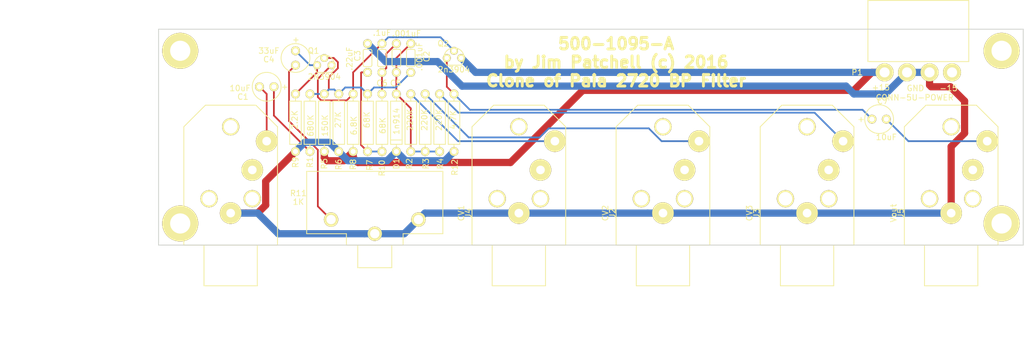
<source format=kicad_pcb>
(kicad_pcb (version 4) (host pcbnew "(2016-04-19 BZR 6703, Git 67982a4)-product")

  (general
    (links 44)
    (no_connects 0)
    (area 61.544286 83.541799 241.375001 148.795001)
    (thickness 1.6)
    (drawings 7)
    (tracks 144)
    (zones 0)
    (modules 32)
    (nets 23)
  )

  (page A4)
  (layers
    (0 F.Cu signal)
    (31 B.Cu signal)
    (32 B.Adhes user)
    (33 F.Adhes user)
    (34 B.Paste user)
    (35 F.Paste user)
    (36 B.SilkS user)
    (37 F.SilkS user)
    (38 B.Mask user)
    (39 F.Mask user)
    (40 Dwgs.User user)
    (41 Cmts.User user)
    (42 Eco1.User user)
    (43 Eco2.User user)
    (44 Edge.Cuts user)
    (45 Margin user)
    (46 B.CrtYd user)
    (47 F.CrtYd user)
    (48 B.Fab user)
    (49 F.Fab user)
  )

  (setup
    (last_trace_width 0.3048)
    (trace_clearance 0.2032)
    (zone_clearance 0.508)
    (zone_45_only no)
    (trace_min 0.2)
    (segment_width 0.2)
    (edge_width 0.15)
    (via_size 1.5748)
    (via_drill 0.9144)
    (via_min_size 0.4)
    (via_min_drill 0.3)
    (uvia_size 0.3)
    (uvia_drill 0.1)
    (uvias_allowed no)
    (uvia_min_size 0.2)
    (uvia_min_drill 0.1)
    (pcb_text_width 0.3)
    (pcb_text_size 1.5 1.5)
    (mod_edge_width 0.15)
    (mod_text_size 1 1)
    (mod_text_width 0.15)
    (pad_size 1.524 1.524)
    (pad_drill 0.762)
    (pad_to_mask_clearance 0.2)
    (aux_axis_origin 88.9 127)
    (visible_elements 7FFFFFFF)
    (pcbplotparams
      (layerselection 0x010e0_ffffffff)
      (usegerberextensions false)
      (excludeedgelayer true)
      (linewidth 0.100000)
      (plotframeref false)
      (viasonmask false)
      (mode 1)
      (useauxorigin false)
      (hpglpennumber 1)
      (hpglpenspeed 20)
      (hpglpendiameter 15)
      (psnegative false)
      (psa4output false)
      (plotreference true)
      (plotvalue true)
      (plotinvisibletext false)
      (padsonsilk false)
      (subtractmaskfromsilk false)
      (outputformat 1)
      (mirror false)
      (drillshape 0)
      (scaleselection 1)
      (outputdirectory FabFiles/))
  )

  (net 0 "")
  (net 1 "Net-(C1-Pad2)")
  (net 2 "Net-(C1-Pad1)")
  (net 3 "Net-(C2-Pad1)")
  (net 4 "Net-(C2-Pad2)")
  (net 5 "Net-(C3-Pad1)")
  (net 6 GND)
  (net 7 "Net-(C4-Pad2)")
  (net 8 "Net-(C4-Pad1)")
  (net 9 "Net-(C5-Pad2)")
  (net 10 "Net-(C6-Pad2)")
  (net 11 "Net-(C7-Pad2)")
  (net 12 "Net-(C7-Pad1)")
  (net 13 "Net-(J1-Pad2)")
  (net 14 "Net-(J2-Pad2)")
  (net 15 "Net-(J2-Pad3)")
  (net 16 "Net-(J3-Pad2)")
  (net 17 "Net-(J3-Pad3)")
  (net 18 "Net-(J4-Pad2)")
  (net 19 "Net-(J4-Pad3)")
  (net 20 "Net-(J5-Pad2)")
  (net 21 "Net-(P1-Pad4)")
  (net 22 /+15)

  (net_class Default "This is the default net class."
    (clearance 0.2032)
    (trace_width 0.3048)
    (via_dia 1.5748)
    (via_drill 0.9144)
    (uvia_dia 0.3)
    (uvia_drill 0.1)
    (add_net "Net-(C1-Pad1)")
    (add_net "Net-(C1-Pad2)")
    (add_net "Net-(C2-Pad1)")
    (add_net "Net-(C2-Pad2)")
    (add_net "Net-(C3-Pad1)")
    (add_net "Net-(C4-Pad1)")
    (add_net "Net-(C4-Pad2)")
    (add_net "Net-(C5-Pad2)")
    (add_net "Net-(C6-Pad2)")
    (add_net "Net-(C7-Pad1)")
    (add_net "Net-(C7-Pad2)")
    (add_net "Net-(J1-Pad2)")
    (add_net "Net-(J2-Pad2)")
    (add_net "Net-(J2-Pad3)")
    (add_net "Net-(J3-Pad2)")
    (add_net "Net-(J3-Pad3)")
    (add_net "Net-(J4-Pad2)")
    (add_net "Net-(J4-Pad3)")
    (add_net "Net-(J5-Pad2)")
    (add_net "Net-(P1-Pad4)")
  )

  (net_class "PO(WER" ""
    (clearance 0.2032)
    (trace_width 1.27)
    (via_dia 1.5748)
    (via_drill 0.9144)
    (uvia_dia 0.3)
    (uvia_drill 0.1)
    (add_net /+15)
    (add_net GND)
  )

  (module Footprints:DIODE0.4 (layer F.Cu) (tedit 56BA2633) (tstamp 56E38C0E)
    (at 130.81 105.41 90)
    (path /56E3404B)
    (fp_text reference D1 (at -7.239 0 90) (layer F.SilkS)
      (effects (font (size 1 1) (thickness 0.15)))
    )
    (fp_text value 1n914 (at 0.254 0 90) (layer F.SilkS)
      (effects (font (size 1 1) (thickness 0.15)))
    )
    (fp_line (start -3.048 1.016) (end -3.048 -1.016) (layer F.SilkS) (width 0.15))
    (fp_line (start -3.81 -1.016) (end -3.81 1.016) (layer F.SilkS) (width 0.15))
    (fp_line (start 3.81 -1.016) (end 3.81 1.016) (layer F.SilkS) (width 0.15))
    (fp_line (start -3.81 0) (end -4.318 0) (layer F.SilkS) (width 0.15))
    (fp_line (start 4.445 0) (end 3.81 0) (layer F.SilkS) (width 0.15))
    (fp_line (start -3.81 1.016) (end 3.81 1.016) (layer F.SilkS) (width 0.15))
    (fp_line (start 3.81 -1.016) (end -3.81 -1.016) (layer F.SilkS) (width 0.15))
    (pad 1 thru_hole circle (at -5.08 0 90) (size 1.5748 1.5748) (drill 0.9144) (layers *.Cu *.Mask F.SilkS)
      (net 6 GND))
    (pad 2 thru_hole circle (at 5.08 0 90) (size 1.5748 1.5748) (drill 0.9144) (layers *.Cu *.Mask F.SilkS)
      (net 4 "Net-(C2-Pad2)"))
  )

  (module Footprints:PHONE-SC112A (layer F.Cu) (tedit 56E4F5B7) (tstamp 56E38C21)
    (at 101.6 127 270)
    (path /56E3886C)
    (fp_text reference J1 (at -5.6388 8.89 270) (layer F.SilkS)
      (effects (font (size 1 1) (thickness 0.15)))
    )
    (fp_text value Vin (at -5.6388 10.16 270) (layer F.SilkS)
      (effects (font (size 1 1) (thickness 0.15)))
    )
    (fp_line (start 0 -4.699) (end 7.1882 -4.699) (layer F.SilkS) (width 0.15))
    (fp_line (start 7.1882 -4.699) (end 7.1882 4.699) (layer F.SilkS) (width 0.15))
    (fp_line (start 7.1882 4.699) (end 0 4.699) (layer F.SilkS) (width 0.15))
    (fp_line (start -24.6888 4.445) (end -24.6888 -4.445) (layer F.SilkS) (width 0.15))
    (fp_line (start -24.6888 -4.445) (end -20.8788 -8.255) (layer F.SilkS) (width 0.15))
    (fp_line (start -20.8788 -8.255) (end 0 -8.255) (layer F.SilkS) (width 0.15))
    (fp_line (start 0 -8.255) (end 0 8.255) (layer F.SilkS) (width 0.15))
    (fp_line (start 0 8.255) (end -20.8788 8.255) (layer F.SilkS) (width 0.15))
    (fp_line (start -20.8788 8.255) (end -24.6888 4.445) (layer F.SilkS) (width 0.15))
    (pad 1 thru_hole circle (at -5.6388 0 270) (size 3.81 3.81) (drill 1.524) (layers *.Cu *.Mask F.SilkS)
      (net 6 GND))
    (pad "" thru_hole circle (at -8.1788 -3.81 270) (size 3.048 3.048) (drill 2.413) (layers *.Cu *.Mask F.SilkS))
    (pad 2 thru_hole circle (at -13.2588 -3.81 270) (size 3.81 3.81) (drill 1.524) (layers *.Cu *.Mask F.SilkS)
      (net 13 "Net-(J1-Pad2)"))
    (pad 3 thru_hole circle (at -18.3388 -6.35 270) (size 3.81 3.81) (drill 1.524) (layers *.Cu *.Mask F.SilkS)
      (net 1 "Net-(C1-Pad2)"))
    (pad "" thru_hole circle (at -20.8788 0 270) (size 3.048 3.048) (drill 2.413) (layers *.Cu *.Mask F.SilkS))
    (pad "" thru_hole circle (at -8.1788 3.81 270) (size 3.048 3.048) (drill 2.413) (layers *.Cu *.Mask F.SilkS))
  )

  (module Footprints:PHONE-SC112A (layer F.Cu) (tedit 56E4F590) (tstamp 56E38C34)
    (at 177.8 127 270)
    (path /56E38B74)
    (fp_text reference J2 (at -5.6388 8.89 270) (layer F.SilkS)
      (effects (font (size 1 1) (thickness 0.15)))
    )
    (fp_text value CV2 (at -5.6388 10.16 270) (layer F.SilkS)
      (effects (font (size 1 1) (thickness 0.15)))
    )
    (fp_line (start 0 -4.699) (end 7.1882 -4.699) (layer F.SilkS) (width 0.15))
    (fp_line (start 7.1882 -4.699) (end 7.1882 4.699) (layer F.SilkS) (width 0.15))
    (fp_line (start 7.1882 4.699) (end 0 4.699) (layer F.SilkS) (width 0.15))
    (fp_line (start -24.6888 4.445) (end -24.6888 -4.445) (layer F.SilkS) (width 0.15))
    (fp_line (start -24.6888 -4.445) (end -20.8788 -8.255) (layer F.SilkS) (width 0.15))
    (fp_line (start -20.8788 -8.255) (end 0 -8.255) (layer F.SilkS) (width 0.15))
    (fp_line (start 0 -8.255) (end 0 8.255) (layer F.SilkS) (width 0.15))
    (fp_line (start 0 8.255) (end -20.8788 8.255) (layer F.SilkS) (width 0.15))
    (fp_line (start -20.8788 8.255) (end -24.6888 4.445) (layer F.SilkS) (width 0.15))
    (pad 1 thru_hole circle (at -5.6388 0 270) (size 3.81 3.81) (drill 1.524) (layers *.Cu *.Mask F.SilkS)
      (net 6 GND))
    (pad "" thru_hole circle (at -8.1788 -3.81 270) (size 3.048 3.048) (drill 2.413) (layers *.Cu *.Mask F.SilkS))
    (pad 2 thru_hole circle (at -13.2588 -3.81 270) (size 3.81 3.81) (drill 1.524) (layers *.Cu *.Mask F.SilkS)
      (net 14 "Net-(J2-Pad2)"))
    (pad 3 thru_hole circle (at -18.3388 -6.35 270) (size 3.81 3.81) (drill 1.524) (layers *.Cu *.Mask F.SilkS)
      (net 15 "Net-(J2-Pad3)"))
    (pad "" thru_hole circle (at -20.8788 0 270) (size 3.048 3.048) (drill 2.413) (layers *.Cu *.Mask F.SilkS))
    (pad "" thru_hole circle (at -8.1788 3.81 270) (size 3.048 3.048) (drill 2.413) (layers *.Cu *.Mask F.SilkS))
  )

  (module Footprints:PHONE-SC112A (layer F.Cu) (tedit 56E4F577) (tstamp 56E38C47)
    (at 203.2 127 270)
    (path /56E38A01)
    (fp_text reference J3 (at -5.6388 8.89 270) (layer F.SilkS)
      (effects (font (size 1 1) (thickness 0.15)))
    )
    (fp_text value CV3 (at -5.6388 10.16 270) (layer F.SilkS)
      (effects (font (size 1 1) (thickness 0.15)))
    )
    (fp_line (start 0 -4.699) (end 7.1882 -4.699) (layer F.SilkS) (width 0.15))
    (fp_line (start 7.1882 -4.699) (end 7.1882 4.699) (layer F.SilkS) (width 0.15))
    (fp_line (start 7.1882 4.699) (end 0 4.699) (layer F.SilkS) (width 0.15))
    (fp_line (start -24.6888 4.445) (end -24.6888 -4.445) (layer F.SilkS) (width 0.15))
    (fp_line (start -24.6888 -4.445) (end -20.8788 -8.255) (layer F.SilkS) (width 0.15))
    (fp_line (start -20.8788 -8.255) (end 0 -8.255) (layer F.SilkS) (width 0.15))
    (fp_line (start 0 -8.255) (end 0 8.255) (layer F.SilkS) (width 0.15))
    (fp_line (start 0 8.255) (end -20.8788 8.255) (layer F.SilkS) (width 0.15))
    (fp_line (start -20.8788 8.255) (end -24.6888 4.445) (layer F.SilkS) (width 0.15))
    (pad 1 thru_hole circle (at -5.6388 0 270) (size 3.81 3.81) (drill 1.524) (layers *.Cu *.Mask F.SilkS)
      (net 6 GND))
    (pad "" thru_hole circle (at -8.1788 -3.81 270) (size 3.048 3.048) (drill 2.413) (layers *.Cu *.Mask F.SilkS))
    (pad 2 thru_hole circle (at -13.2588 -3.81 270) (size 3.81 3.81) (drill 1.524) (layers *.Cu *.Mask F.SilkS)
      (net 16 "Net-(J3-Pad2)"))
    (pad 3 thru_hole circle (at -18.3388 -6.35 270) (size 3.81 3.81) (drill 1.524) (layers *.Cu *.Mask F.SilkS)
      (net 17 "Net-(J3-Pad3)"))
    (pad "" thru_hole circle (at -20.8788 0 270) (size 3.048 3.048) (drill 2.413) (layers *.Cu *.Mask F.SilkS))
    (pad "" thru_hole circle (at -8.1788 3.81 270) (size 3.048 3.048) (drill 2.413) (layers *.Cu *.Mask F.SilkS))
  )

  (module Footprints:PHONE-SC112A (layer F.Cu) (tedit 56E4F5A0) (tstamp 56E38C5A)
    (at 152.4 127 270)
    (path /56E38979)
    (fp_text reference J4 (at -5.6388 8.89 270) (layer F.SilkS)
      (effects (font (size 1 1) (thickness 0.15)))
    )
    (fp_text value CV1 (at -5.6388 10.16 270) (layer F.SilkS)
      (effects (font (size 1 1) (thickness 0.15)))
    )
    (fp_line (start 0 -4.699) (end 7.1882 -4.699) (layer F.SilkS) (width 0.15))
    (fp_line (start 7.1882 -4.699) (end 7.1882 4.699) (layer F.SilkS) (width 0.15))
    (fp_line (start 7.1882 4.699) (end 0 4.699) (layer F.SilkS) (width 0.15))
    (fp_line (start -24.6888 4.445) (end -24.6888 -4.445) (layer F.SilkS) (width 0.15))
    (fp_line (start -24.6888 -4.445) (end -20.8788 -8.255) (layer F.SilkS) (width 0.15))
    (fp_line (start -20.8788 -8.255) (end 0 -8.255) (layer F.SilkS) (width 0.15))
    (fp_line (start 0 -8.255) (end 0 8.255) (layer F.SilkS) (width 0.15))
    (fp_line (start 0 8.255) (end -20.8788 8.255) (layer F.SilkS) (width 0.15))
    (fp_line (start -20.8788 8.255) (end -24.6888 4.445) (layer F.SilkS) (width 0.15))
    (pad 1 thru_hole circle (at -5.6388 0 270) (size 3.81 3.81) (drill 1.524) (layers *.Cu *.Mask F.SilkS)
      (net 6 GND))
    (pad "" thru_hole circle (at -8.1788 -3.81 270) (size 3.048 3.048) (drill 2.413) (layers *.Cu *.Mask F.SilkS))
    (pad 2 thru_hole circle (at -13.2588 -3.81 270) (size 3.81 3.81) (drill 1.524) (layers *.Cu *.Mask F.SilkS)
      (net 18 "Net-(J4-Pad2)"))
    (pad 3 thru_hole circle (at -18.3388 -6.35 270) (size 3.81 3.81) (drill 1.524) (layers *.Cu *.Mask F.SilkS)
      (net 19 "Net-(J4-Pad3)"))
    (pad "" thru_hole circle (at -20.8788 0 270) (size 3.048 3.048) (drill 2.413) (layers *.Cu *.Mask F.SilkS))
    (pad "" thru_hole circle (at -8.1788 3.81 270) (size 3.048 3.048) (drill 2.413) (layers *.Cu *.Mask F.SilkS))
  )

  (module Footprints:PHONE-SC112A (layer F.Cu) (tedit 56E4F56A) (tstamp 56E38C6D)
    (at 228.6 127 270)
    (path /56E388F8)
    (fp_text reference J5 (at -5.6388 8.89 270) (layer F.SilkS)
      (effects (font (size 1 1) (thickness 0.15)))
    )
    (fp_text value Vout (at -5.6388 10.16 270) (layer F.SilkS)
      (effects (font (size 1 1) (thickness 0.15)))
    )
    (fp_line (start 0 -4.699) (end 7.1882 -4.699) (layer F.SilkS) (width 0.15))
    (fp_line (start 7.1882 -4.699) (end 7.1882 4.699) (layer F.SilkS) (width 0.15))
    (fp_line (start 7.1882 4.699) (end 0 4.699) (layer F.SilkS) (width 0.15))
    (fp_line (start -24.6888 4.445) (end -24.6888 -4.445) (layer F.SilkS) (width 0.15))
    (fp_line (start -24.6888 -4.445) (end -20.8788 -8.255) (layer F.SilkS) (width 0.15))
    (fp_line (start -20.8788 -8.255) (end 0 -8.255) (layer F.SilkS) (width 0.15))
    (fp_line (start 0 -8.255) (end 0 8.255) (layer F.SilkS) (width 0.15))
    (fp_line (start 0 8.255) (end -20.8788 8.255) (layer F.SilkS) (width 0.15))
    (fp_line (start -20.8788 8.255) (end -24.6888 4.445) (layer F.SilkS) (width 0.15))
    (pad 1 thru_hole circle (at -5.6388 0 270) (size 3.81 3.81) (drill 1.524) (layers *.Cu *.Mask F.SilkS)
      (net 6 GND))
    (pad "" thru_hole circle (at -8.1788 -3.81 270) (size 3.048 3.048) (drill 2.413) (layers *.Cu *.Mask F.SilkS))
    (pad 2 thru_hole circle (at -13.2588 -3.81 270) (size 3.81 3.81) (drill 1.524) (layers *.Cu *.Mask F.SilkS)
      (net 20 "Net-(J5-Pad2)"))
    (pad 3 thru_hole circle (at -18.3388 -6.35 270) (size 3.81 3.81) (drill 1.524) (layers *.Cu *.Mask F.SilkS)
      (net 11 "Net-(C7-Pad2)"))
    (pad "" thru_hole circle (at -20.8788 0 270) (size 3.048 3.048) (drill 2.413) (layers *.Cu *.Mask F.SilkS))
    (pad "" thru_hole circle (at -8.1788 3.81 270) (size 3.048 3.048) (drill 2.413) (layers *.Cu *.Mask F.SilkS))
  )

  (module Footprints:CONN-5U-POWER-RA (layer F.Cu) (tedit 56D5D0FC) (tstamp 56E38C7C)
    (at 222.8088 96.52)
    (path /56E39CA6)
    (fp_text reference P1 (at -10.795 0) (layer F.SilkS)
      (effects (font (size 1 1) (thickness 0.15)))
    )
    (fp_text value CONN-5U-POWER (at -0.635 4.445) (layer F.SilkS)
      (effects (font (size 1 1) (thickness 0.15)))
    )
    (fp_text user GND (at -0.508 2.794) (layer F.SilkS)
      (effects (font (size 1 1) (thickness 0.15)))
    )
    (fp_text user -15 (at 5.334 2.794) (layer F.SilkS)
      (effects (font (size 1 1) (thickness 0.15)))
    )
    (fp_text user +15 (at -6.604 2.667) (layer F.SilkS)
      (effects (font (size 1 1) (thickness 0.15)))
    )
    (fp_line (start -8.89 -1.905) (end 8.89 -1.905) (layer F.SilkS) (width 0.15))
    (fp_line (start 8.89 -1.905) (end 8.89 -12.7) (layer F.SilkS) (width 0.15))
    (fp_line (start 8.89 -12.7) (end -8.89 -12.7) (layer F.SilkS) (width 0.15))
    (fp_line (start -8.89 -12.7) (end -8.89 -1.905) (layer F.SilkS) (width 0.15))
    (pad 1 thru_hole circle (at -5.9436 0) (size 3.175 3.175) (drill 1.778) (layers *.Cu *.Mask F.SilkS)
      (net 22 /+15))
    (pad 2 thru_hole circle (at -1.9812 0) (size 3.175 3.175) (drill 1.778) (layers *.Cu *.Mask F.SilkS)
      (net 6 GND))
    (pad 3 thru_hole circle (at 1.9812 0) (size 3.175 3.175) (drill 1.778) (layers *.Cu *.Mask F.SilkS)
      (net 6 GND))
    (pad 4 thru_hole circle (at 5.9436 0) (size 3.175 3.175) (drill 1.778) (layers *.Cu *.Mask F.SilkS)
      (net 21 "Net-(P1-Pad4)"))
  )

  (module Footprints:AXIAL0.4 (layer F.Cu) (tedit 56ACF211) (tstamp 56E38C9E)
    (at 115.57 105.41 90)
    (path /56E356D8)
    (fp_text reference R1 (at -6.985 0 90) (layer F.SilkS)
      (effects (font (size 1 1) (thickness 0.15)))
    )
    (fp_text value 680K (at -0.508 0.127 90) (layer F.SilkS)
      (effects (font (size 1 1) (thickness 0.15)))
    )
    (fp_line (start -3.81 -1.016) (end -3.81 1.016) (layer F.SilkS) (width 0.15))
    (fp_line (start 3.81 -1.016) (end 3.81 1.016) (layer F.SilkS) (width 0.15))
    (fp_line (start -3.81 0) (end -4.318 0) (layer F.SilkS) (width 0.15))
    (fp_line (start 4.445 0) (end 3.81 0) (layer F.SilkS) (width 0.15))
    (fp_line (start -3.81 1.016) (end 3.81 1.016) (layer F.SilkS) (width 0.15))
    (fp_line (start 3.81 -1.016) (end -3.81 -1.016) (layer F.SilkS) (width 0.15))
    (pad 1 thru_hole circle (at -5.08 0 90) (size 1.5748 1.5748) (drill 0.9144) (layers *.Cu *.Mask F.SilkS)
      (net 2 "Net-(C1-Pad1)"))
    (pad 2 thru_hole circle (at 5.08 0 90) (size 1.5748 1.5748) (drill 0.9144) (layers *.Cu *.Mask F.SilkS)
      (net 3 "Net-(C2-Pad1)"))
  )

  (module Footprints:AXIAL0.4 (layer F.Cu) (tedit 56ACF211) (tstamp 56E38CAA)
    (at 133.35 105.41 270)
    (path /56E3413A)
    (fp_text reference R2 (at 7.239 0.254 270) (layer F.SilkS)
      (effects (font (size 1 1) (thickness 0.15)))
    )
    (fp_text value 220K (at -0.508 0.127 270) (layer F.SilkS)
      (effects (font (size 1 1) (thickness 0.15)))
    )
    (fp_line (start -3.81 -1.016) (end -3.81 1.016) (layer F.SilkS) (width 0.15))
    (fp_line (start 3.81 -1.016) (end 3.81 1.016) (layer F.SilkS) (width 0.15))
    (fp_line (start -3.81 0) (end -4.318 0) (layer F.SilkS) (width 0.15))
    (fp_line (start 4.445 0) (end 3.81 0) (layer F.SilkS) (width 0.15))
    (fp_line (start -3.81 1.016) (end 3.81 1.016) (layer F.SilkS) (width 0.15))
    (fp_line (start 3.81 -1.016) (end -3.81 -1.016) (layer F.SilkS) (width 0.15))
    (pad 1 thru_hole circle (at -5.08 0 270) (size 1.5748 1.5748) (drill 0.9144) (layers *.Cu *.Mask F.SilkS)
      (net 19 "Net-(J4-Pad3)"))
    (pad 2 thru_hole circle (at 5.08 0 270) (size 1.5748 1.5748) (drill 0.9144) (layers *.Cu *.Mask F.SilkS)
      (net 4 "Net-(C2-Pad2)"))
  )

  (module Footprints:AXIAL0.4 (layer F.Cu) (tedit 56ACF211) (tstamp 56E38CB6)
    (at 135.89 105.41 270)
    (path /56E341A9)
    (fp_text reference R3 (at 7.239 -0.127 270) (layer F.SilkS)
      (effects (font (size 1 1) (thickness 0.15)))
    )
    (fp_text value 220K (at -0.508 0.127 270) (layer F.SilkS)
      (effects (font (size 1 1) (thickness 0.15)))
    )
    (fp_line (start -3.81 -1.016) (end -3.81 1.016) (layer F.SilkS) (width 0.15))
    (fp_line (start 3.81 -1.016) (end 3.81 1.016) (layer F.SilkS) (width 0.15))
    (fp_line (start -3.81 0) (end -4.318 0) (layer F.SilkS) (width 0.15))
    (fp_line (start 4.445 0) (end 3.81 0) (layer F.SilkS) (width 0.15))
    (fp_line (start -3.81 1.016) (end 3.81 1.016) (layer F.SilkS) (width 0.15))
    (fp_line (start 3.81 -1.016) (end -3.81 -1.016) (layer F.SilkS) (width 0.15))
    (pad 1 thru_hole circle (at -5.08 0 270) (size 1.5748 1.5748) (drill 0.9144) (layers *.Cu *.Mask F.SilkS)
      (net 15 "Net-(J2-Pad3)"))
    (pad 2 thru_hole circle (at 5.08 0 270) (size 1.5748 1.5748) (drill 0.9144) (layers *.Cu *.Mask F.SilkS)
      (net 4 "Net-(C2-Pad2)"))
  )

  (module Footprints:AXIAL0.4 (layer F.Cu) (tedit 56ACF211) (tstamp 56E38CC2)
    (at 138.43 105.41 270)
    (path /56E341E1)
    (fp_text reference R4 (at 7.239 -0.127 270) (layer F.SilkS)
      (effects (font (size 1 1) (thickness 0.15)))
    )
    (fp_text value 220K (at -0.508 0.127 270) (layer F.SilkS)
      (effects (font (size 1 1) (thickness 0.15)))
    )
    (fp_line (start -3.81 -1.016) (end -3.81 1.016) (layer F.SilkS) (width 0.15))
    (fp_line (start 3.81 -1.016) (end 3.81 1.016) (layer F.SilkS) (width 0.15))
    (fp_line (start -3.81 0) (end -4.318 0) (layer F.SilkS) (width 0.15))
    (fp_line (start 4.445 0) (end 3.81 0) (layer F.SilkS) (width 0.15))
    (fp_line (start -3.81 1.016) (end 3.81 1.016) (layer F.SilkS) (width 0.15))
    (fp_line (start 3.81 -1.016) (end -3.81 -1.016) (layer F.SilkS) (width 0.15))
    (pad 1 thru_hole circle (at -5.08 0 270) (size 1.5748 1.5748) (drill 0.9144) (layers *.Cu *.Mask F.SilkS)
      (net 17 "Net-(J3-Pad3)"))
    (pad 2 thru_hole circle (at 5.08 0 270) (size 1.5748 1.5748) (drill 0.9144) (layers *.Cu *.Mask F.SilkS)
      (net 4 "Net-(C2-Pad2)"))
  )

  (module Footprints:AXIAL0.4 (layer F.Cu) (tedit 56ACF211) (tstamp 56E38CCE)
    (at 118.11 105.41 90)
    (path /56E352F6)
    (fp_text reference R5 (at -7.239 0 90) (layer F.SilkS)
      (effects (font (size 1 1) (thickness 0.15)))
    )
    (fp_text value 150K (at -0.508 0.127 90) (layer F.SilkS)
      (effects (font (size 1 1) (thickness 0.15)))
    )
    (fp_line (start -3.81 -1.016) (end -3.81 1.016) (layer F.SilkS) (width 0.15))
    (fp_line (start 3.81 -1.016) (end 3.81 1.016) (layer F.SilkS) (width 0.15))
    (fp_line (start -3.81 0) (end -4.318 0) (layer F.SilkS) (width 0.15))
    (fp_line (start 4.445 0) (end 3.81 0) (layer F.SilkS) (width 0.15))
    (fp_line (start -3.81 1.016) (end 3.81 1.016) (layer F.SilkS) (width 0.15))
    (fp_line (start 3.81 -1.016) (end -3.81 -1.016) (layer F.SilkS) (width 0.15))
    (pad 1 thru_hole circle (at -5.08 0 90) (size 1.5748 1.5748) (drill 0.9144) (layers *.Cu *.Mask F.SilkS)
      (net 22 /+15))
    (pad 2 thru_hole circle (at 5.08 0 90) (size 1.5748 1.5748) (drill 0.9144) (layers *.Cu *.Mask F.SilkS)
      (net 3 "Net-(C2-Pad1)"))
  )

  (module Footprints:AXIAL0.4 (layer F.Cu) (tedit 56ACF211) (tstamp 56E38CDA)
    (at 120.65 105.41 270)
    (path /56E35351)
    (fp_text reference R6 (at 7.366 0 270) (layer F.SilkS)
      (effects (font (size 1 1) (thickness 0.15)))
    )
    (fp_text value 27K (at -0.508 0.127 270) (layer F.SilkS)
      (effects (font (size 1 1) (thickness 0.15)))
    )
    (fp_line (start -3.81 -1.016) (end -3.81 1.016) (layer F.SilkS) (width 0.15))
    (fp_line (start 3.81 -1.016) (end 3.81 1.016) (layer F.SilkS) (width 0.15))
    (fp_line (start -3.81 0) (end -4.318 0) (layer F.SilkS) (width 0.15))
    (fp_line (start 4.445 0) (end 3.81 0) (layer F.SilkS) (width 0.15))
    (fp_line (start -3.81 1.016) (end 3.81 1.016) (layer F.SilkS) (width 0.15))
    (fp_line (start 3.81 -1.016) (end -3.81 -1.016) (layer F.SilkS) (width 0.15))
    (pad 1 thru_hole circle (at -5.08 0 270) (size 1.5748 1.5748) (drill 0.9144) (layers *.Cu *.Mask F.SilkS)
      (net 3 "Net-(C2-Pad1)"))
    (pad 2 thru_hole circle (at 5.08 0 270) (size 1.5748 1.5748) (drill 0.9144) (layers *.Cu *.Mask F.SilkS)
      (net 6 GND))
  )

  (module Footprints:AXIAL0.4 (layer F.Cu) (tedit 56ACF211) (tstamp 56E38CE6)
    (at 125.73 105.41 270)
    (path /56E33EB2)
    (fp_text reference R7 (at 7.493 -0.381 270) (layer F.SilkS)
      (effects (font (size 1 1) (thickness 0.15)))
    )
    (fp_text value 68K (at -0.508 0.127 270) (layer F.SilkS)
      (effects (font (size 1 1) (thickness 0.15)))
    )
    (fp_line (start -3.81 -1.016) (end -3.81 1.016) (layer F.SilkS) (width 0.15))
    (fp_line (start 3.81 -1.016) (end 3.81 1.016) (layer F.SilkS) (width 0.15))
    (fp_line (start -3.81 0) (end -4.318 0) (layer F.SilkS) (width 0.15))
    (fp_line (start 4.445 0) (end 3.81 0) (layer F.SilkS) (width 0.15))
    (fp_line (start -3.81 1.016) (end 3.81 1.016) (layer F.SilkS) (width 0.15))
    (fp_line (start 3.81 -1.016) (end -3.81 -1.016) (layer F.SilkS) (width 0.15))
    (pad 1 thru_hole circle (at -5.08 0 270) (size 1.5748 1.5748) (drill 0.9144) (layers *.Cu *.Mask F.SilkS)
      (net 3 "Net-(C2-Pad1)"))
    (pad 2 thru_hole circle (at 5.08 0 270) (size 1.5748 1.5748) (drill 0.9144) (layers *.Cu *.Mask F.SilkS)
      (net 5 "Net-(C3-Pad1)"))
  )

  (module Footprints:AXIAL0.4 (layer F.Cu) (tedit 56ACF211) (tstamp 56E38CF2)
    (at 123.19 105.41 90)
    (path /56E351C2)
    (fp_text reference R8 (at -7.366 0 90) (layer F.SilkS)
      (effects (font (size 1 1) (thickness 0.15)))
    )
    (fp_text value 6.8K (at -0.508 0.127 90) (layer F.SilkS)
      (effects (font (size 1 1) (thickness 0.15)))
    )
    (fp_line (start -3.81 -1.016) (end -3.81 1.016) (layer F.SilkS) (width 0.15))
    (fp_line (start 3.81 -1.016) (end 3.81 1.016) (layer F.SilkS) (width 0.15))
    (fp_line (start -3.81 0) (end -4.318 0) (layer F.SilkS) (width 0.15))
    (fp_line (start 4.445 0) (end 3.81 0) (layer F.SilkS) (width 0.15))
    (fp_line (start -3.81 1.016) (end 3.81 1.016) (layer F.SilkS) (width 0.15))
    (fp_line (start 3.81 -1.016) (end -3.81 -1.016) (layer F.SilkS) (width 0.15))
    (pad 1 thru_hole circle (at -5.08 0 90) (size 1.5748 1.5748) (drill 0.9144) (layers *.Cu *.Mask F.SilkS)
      (net 22 /+15))
    (pad 2 thru_hole circle (at 5.08 0 90) (size 1.5748 1.5748) (drill 0.9144) (layers *.Cu *.Mask F.SilkS)
      (net 10 "Net-(C6-Pad2)"))
  )

  (module Footprints:AXIAL0.4 (layer F.Cu) (tedit 56ACF211) (tstamp 56E38CFE)
    (at 113.03 105.41 270)
    (path /56E34F7C)
    (fp_text reference R9 (at 6.985 0 270) (layer F.SilkS)
      (effects (font (size 1 1) (thickness 0.15)))
    )
    (fp_text value 2.2K (at -0.508 0.127 270) (layer F.SilkS)
      (effects (font (size 1 1) (thickness 0.15)))
    )
    (fp_line (start -3.81 -1.016) (end -3.81 1.016) (layer F.SilkS) (width 0.15))
    (fp_line (start 3.81 -1.016) (end 3.81 1.016) (layer F.SilkS) (width 0.15))
    (fp_line (start -3.81 0) (end -4.318 0) (layer F.SilkS) (width 0.15))
    (fp_line (start 4.445 0) (end 3.81 0) (layer F.SilkS) (width 0.15))
    (fp_line (start -3.81 1.016) (end 3.81 1.016) (layer F.SilkS) (width 0.15))
    (fp_line (start 3.81 -1.016) (end -3.81 -1.016) (layer F.SilkS) (width 0.15))
    (pad 1 thru_hole circle (at -5.08 0 270) (size 1.5748 1.5748) (drill 0.9144) (layers *.Cu *.Mask F.SilkS)
      (net 8 "Net-(C4-Pad1)"))
    (pad 2 thru_hole circle (at 5.08 0 270) (size 1.5748 1.5748) (drill 0.9144) (layers *.Cu *.Mask F.SilkS)
      (net 6 GND))
  )

  (module Footprints:AXIAL0.4 (layer F.Cu) (tedit 56ACF211) (tstamp 56E38D0A)
    (at 128.27 105.41 90)
    (path /56E33EF5)
    (fp_text reference R10 (at -8.001 0 90) (layer F.SilkS)
      (effects (font (size 1 1) (thickness 0.15)))
    )
    (fp_text value 68K (at -0.508 0.127 90) (layer F.SilkS)
      (effects (font (size 1 1) (thickness 0.15)))
    )
    (fp_line (start -3.81 -1.016) (end -3.81 1.016) (layer F.SilkS) (width 0.15))
    (fp_line (start 3.81 -1.016) (end 3.81 1.016) (layer F.SilkS) (width 0.15))
    (fp_line (start -3.81 0) (end -4.318 0) (layer F.SilkS) (width 0.15))
    (fp_line (start 4.445 0) (end 3.81 0) (layer F.SilkS) (width 0.15))
    (fp_line (start -3.81 1.016) (end 3.81 1.016) (layer F.SilkS) (width 0.15))
    (fp_line (start 3.81 -1.016) (end -3.81 -1.016) (layer F.SilkS) (width 0.15))
    (pad 1 thru_hole circle (at -5.08 0 90) (size 1.5748 1.5748) (drill 0.9144) (layers *.Cu *.Mask F.SilkS)
      (net 5 "Net-(C3-Pad1)"))
    (pad 2 thru_hole circle (at 5.08 0 90) (size 1.5748 1.5748) (drill 0.9144) (layers *.Cu *.Mask F.SilkS)
      (net 9 "Net-(C5-Pad2)"))
  )

  (module Footprints:POT-Alpha-24mm-RA (layer F.Cu) (tedit 56CA903B) (tstamp 56E38D1D)
    (at 127 127)
    (path /56E3511F)
    (fp_text reference R11 (at -13.462 -9.144) (layer F.SilkS)
      (effects (font (size 1 1) (thickness 0.15)))
    )
    (fp_text value 1K (at -13.462 -7.62) (layer F.SilkS)
      (effects (font (size 1 1) (thickness 0.15)))
    )
    (fp_line (start 3 0) (end 3 4) (layer F.SilkS) (width 0.15))
    (fp_line (start 3 4) (end -3 4) (layer F.SilkS) (width 0.15))
    (fp_line (start -3 4) (end -3 0) (layer F.SilkS) (width 0.15))
    (fp_line (start -5 -2) (end -12 -2) (layer F.SilkS) (width 0.15))
    (fp_line (start -12 -2) (end -12 -13) (layer F.SilkS) (width 0.15))
    (fp_line (start -12 -13) (end 12 -13) (layer F.SilkS) (width 0.15))
    (fp_line (start 12 -13) (end 12 -2) (layer F.SilkS) (width 0.15))
    (fp_line (start 12 -2) (end 5 -2) (layer F.SilkS) (width 0.15))
    (fp_line (start 0 0) (end -5 0) (layer F.SilkS) (width 0.15))
    (fp_line (start -5 0) (end -5 -2) (layer F.SilkS) (width 0.15))
    (fp_line (start 0 0) (end 5 0) (layer F.SilkS) (width 0.15))
    (fp_line (start 5 0) (end 5 -2) (layer F.SilkS) (width 0.15))
    (pad 2 thru_hole circle (at 0 -2) (size 2.54 2.54) (drill 1.651) (layers *.Cu *.Mask F.SilkS)
      (net 6 GND))
    (pad 1 thru_hole circle (at -7.7 -4.5) (size 2.54 2.54) (drill 1.651) (layers *.Cu *.Mask F.SilkS)
      (net 7 "Net-(C4-Pad2)"))
    (pad 3 thru_hole circle (at 7.7 -4.5) (size 2.54 2.54) (drill 1.651) (layers *.Cu *.Mask F.SilkS)
      (net 6 GND))
  )

  (module Footprints:AXIAL0.4 (layer F.Cu) (tedit 56ACF211) (tstamp 56E38D29)
    (at 140.97 105.41 270)
    (path /56E36552)
    (fp_text reference R12 (at 7.874 -0.127 270) (layer F.SilkS)
      (effects (font (size 1 1) (thickness 0.15)))
    )
    (fp_text value 4.7K (at -0.508 0.127 270) (layer F.SilkS)
      (effects (font (size 1 1) (thickness 0.15)))
    )
    (fp_line (start -3.81 -1.016) (end -3.81 1.016) (layer F.SilkS) (width 0.15))
    (fp_line (start 3.81 -1.016) (end 3.81 1.016) (layer F.SilkS) (width 0.15))
    (fp_line (start -3.81 0) (end -4.318 0) (layer F.SilkS) (width 0.15))
    (fp_line (start 4.445 0) (end 3.81 0) (layer F.SilkS) (width 0.15))
    (fp_line (start -3.81 1.016) (end 3.81 1.016) (layer F.SilkS) (width 0.15))
    (fp_line (start 3.81 -1.016) (end -3.81 -1.016) (layer F.SilkS) (width 0.15))
    (pad 1 thru_hole circle (at -5.08 0 270) (size 1.5748 1.5748) (drill 0.9144) (layers *.Cu *.Mask F.SilkS)
      (net 12 "Net-(C7-Pad1)"))
    (pad 2 thru_hole circle (at 5.08 0 270) (size 1.5748 1.5748) (drill 0.9144) (layers *.Cu *.Mask F.SilkS)
      (net 6 GND))
  )

  (module Footprints:CapPol-Rad-0.2x0.1 (layer F.Cu) (tedit 56E37E42) (tstamp 56E38C01)
    (at 217.17 107.315)
    (path /56E366BE)
    (fp_text reference C7 (at -0.635 -5.715) (layer F.SilkS)
      (effects (font (size 1 1) (thickness 0.15)))
    )
    (fp_text value 10uF (at 0 0.635) (layer F.SilkS)
      (effects (font (size 1 1) (thickness 0.15)))
    )
    (fp_text user + (at -4.445 -2.54) (layer F.SilkS)
      (effects (font (size 1 1) (thickness 0.15)))
    )
    (fp_circle (center -1.27 -2.54) (end 1.27 -2.54) (layer F.SilkS) (width 0.15))
    (pad 1 thru_hole circle (at -2.54 -2.54) (size 1.5748 1.5748) (drill 0.9144) (layers *.Cu *.Mask F.SilkS)
      (net 12 "Net-(C7-Pad1)"))
    (pad 2 thru_hole circle (at 0 -2.54) (size 1.5748 1.5748) (drill 0.9144) (layers *.Cu *.Mask F.SilkS)
      (net 11 "Net-(C7-Pad2)"))
  )

  (module Footprints:CapPol-Rad-0.2x0.1 (layer F.Cu) (tedit 56E37E42) (tstamp 56E38BA8)
    (at 110.49 95.25 270)
    (path /56E3509C)
    (fp_text reference C4 (at -1.016 2.159) (layer F.SilkS)
      (effects (font (size 1 1) (thickness 0.15)))
    )
    (fp_text value 33uF (at -2.54 2.159) (layer F.SilkS)
      (effects (font (size 1 1) (thickness 0.15)))
    )
    (fp_text user + (at -4.445 -2.54 270) (layer F.SilkS)
      (effects (font (size 1 1) (thickness 0.15)))
    )
    (fp_circle (center -1.27 -2.54) (end 1.27 -2.54) (layer F.SilkS) (width 0.15))
    (pad 1 thru_hole circle (at -2.54 -2.54 270) (size 1.5748 1.5748) (drill 0.9144) (layers *.Cu *.Mask F.SilkS)
      (net 8 "Net-(C4-Pad1)"))
    (pad 2 thru_hole circle (at 0 -2.54 270) (size 1.5748 1.5748) (drill 0.9144) (layers *.Cu *.Mask F.SilkS)
      (net 7 "Net-(C4-Pad2)"))
  )

  (module Footprints:CapPol-Rad-0.2x0.1 (layer F.Cu) (tedit 56E37E42) (tstamp 56E38B4F)
    (at 106.68 96.52 180)
    (path /56E36763)
    (fp_text reference C1 (at 2.921 -4.318 180) (layer F.SilkS)
      (effects (font (size 1 1) (thickness 0.15)))
    )
    (fp_text value 10uF (at 3.429 -2.794 180) (layer F.SilkS)
      (effects (font (size 1 1) (thickness 0.15)))
    )
    (fp_text user + (at -4.445 -2.54 180) (layer F.SilkS)
      (effects (font (size 1 1) (thickness 0.15)))
    )
    (fp_circle (center -1.27 -2.54) (end 1.27 -2.54) (layer F.SilkS) (width 0.15))
    (pad 1 thru_hole circle (at -2.54 -2.54 180) (size 1.5748 1.5748) (drill 0.9144) (layers *.Cu *.Mask F.SilkS)
      (net 2 "Net-(C1-Pad1)"))
    (pad 2 thru_hole circle (at 0 -2.54 180) (size 1.5748 1.5748) (drill 0.9144) (layers *.Cu *.Mask F.SilkS)
      (net 1 "Net-(C1-Pad2)"))
  )

  (module Footprints:TO92 (layer F.Cu) (tedit 56E4CB65) (tstamp 56E38C87)
    (at 118.11 97.79)
    (path /56E33DF0)
    (fp_text reference Q1 (at -1.905 -5.08) (layer F.SilkS)
      (effects (font (size 1 1) (thickness 0.15)))
    )
    (fp_text value 2N3904 (at 0 -0.5) (layer F.SilkS)
      (effects (font (size 1 1) (thickness 0.15)))
    )
    (fp_arc (start 0 -2.54) (end -1.27 -1.27) (angle 90) (layer F.SilkS) (width 0.15))
    (fp_arc (start 0 -2.54) (end -1.27 -3.81) (angle 90) (layer F.SilkS) (width 0.15))
    (fp_arc (start 0 -2.54) (end 1.27 -3.81) (angle 90) (layer F.SilkS) (width 0.15))
    (fp_line (start -1.27 -1.27) (end 1.27 -1.27) (layer F.SilkS) (width 0.15))
    (pad 1 thru_hole circle (at -1.27 -2.54) (size 1.397 1.397) (drill 0.8128) (layers *.Cu *.Mask F.SilkS)
      (net 8 "Net-(C4-Pad1)"))
    (pad 2 thru_hole circle (at 0 -3.81) (size 1.397 1.397) (drill 0.8128) (layers *.Cu *.Mask F.SilkS)
      (net 3 "Net-(C2-Pad1)"))
    (pad 3 thru_hole circle (at 1.27 -2.54) (size 1.397 1.397) (drill 0.8128) (layers *.Cu *.Mask F.SilkS)
      (net 10 "Net-(C6-Pad2)"))
  )

  (module Footprints:TO92 (layer F.Cu) (tedit 56E4CB65) (tstamp 56E38C92)
    (at 140.97 96.52)
    (path /56E33E5C)
    (fp_text reference Q2 (at -1.905 -5.08) (layer F.SilkS)
      (effects (font (size 1 1) (thickness 0.15)))
    )
    (fp_text value 2n3904 (at 0 -0.5) (layer F.SilkS)
      (effects (font (size 1 1) (thickness 0.15)))
    )
    (fp_arc (start 0 -2.54) (end -1.27 -1.27) (angle 90) (layer F.SilkS) (width 0.15))
    (fp_arc (start 0 -2.54) (end -1.27 -3.81) (angle 90) (layer F.SilkS) (width 0.15))
    (fp_arc (start 0 -2.54) (end 1.27 -3.81) (angle 90) (layer F.SilkS) (width 0.15))
    (fp_line (start -1.27 -1.27) (end 1.27 -1.27) (layer F.SilkS) (width 0.15))
    (pad 1 thru_hole circle (at -1.27 -2.54) (size 1.397 1.397) (drill 0.8128) (layers *.Cu *.Mask F.SilkS)
      (net 12 "Net-(C7-Pad1)"))
    (pad 2 thru_hole circle (at 0 -3.81) (size 1.397 1.397) (drill 0.8128) (layers *.Cu *.Mask F.SilkS)
      (net 10 "Net-(C6-Pad2)"))
    (pad 3 thru_hole circle (at 1.27 -2.54) (size 1.397 1.397) (drill 0.8128) (layers *.Cu *.Mask F.SilkS)
      (net 22 /+15))
  )

  (module Footprints:CAP-GREENIE-0.2 (layer F.Cu) (tedit 56E50A14) (tstamp 56E38B6D)
    (at 125.73 93.98 90)
    (path /56E33F51)
    (fp_text reference C3 (at 0.381 -1.778 90) (layer F.SilkS)
      (effects (font (size 1 1) (thickness 0.15)))
    )
    (fp_text value .22uF (at -0.127 -3.175 90) (layer F.SilkS)
      (effects (font (size 1 1) (thickness 0.15)))
    )
    (fp_arc (start 1.27 0.508) (end 1.524 0.508) (angle 90) (layer F.SilkS) (width 0.15))
    (fp_arc (start -1.27 0.508) (end -1.27 0.762) (angle 90) (layer F.SilkS) (width 0.15))
    (fp_arc (start -1.27 -0.508) (end -1.524 -0.508) (angle 90) (layer F.SilkS) (width 0.15))
    (fp_arc (start 1.27 -0.508) (end 1.27 -0.762) (angle 90) (layer F.SilkS) (width 0.15))
    (fp_line (start 1.27 -0.762) (end -1.27 -0.762) (layer F.SilkS) (width 0.15))
    (fp_line (start -1.27 0.762) (end 1.27 0.762) (layer F.SilkS) (width 0.15))
    (fp_line (start -1.524 -0.508) (end -1.524 0.508) (layer F.SilkS) (width 0.15))
    (fp_line (start 1.524 0) (end 1.524 0.508) (layer F.SilkS) (width 0.15))
    (fp_line (start 1.524 0) (end 1.524 -0.508) (layer F.SilkS) (width 0.15))
    (pad 1 thru_hole circle (at -2.54 0 90) (size 1.5748 1.5748) (drill 0.9144) (layers *.Cu *.Mask F.SilkS)
      (net 5 "Net-(C3-Pad1)"))
    (pad 2 thru_hole circle (at 2.54 0 90) (size 1.5748 1.5748) (drill 0.9144) (layers *.Cu *.Mask F.SilkS)
      (net 6 GND))
  )

  (module Footprints:CAP-GREENIE-0.2 (layer F.Cu) (tedit 56E50A14) (tstamp 56E38BC6)
    (at 128.27 93.98 90)
    (path /56E35FAE)
    (fp_text reference C6 (at -4.445 0 180) (layer F.SilkS)
      (effects (font (size 1 1) (thickness 0.15)))
    )
    (fp_text value .1uF (at 4.445 0 180) (layer F.SilkS)
      (effects (font (size 1 1) (thickness 0.15)))
    )
    (fp_arc (start 1.27 0.508) (end 1.524 0.508) (angle 90) (layer F.SilkS) (width 0.15))
    (fp_arc (start -1.27 0.508) (end -1.27 0.762) (angle 90) (layer F.SilkS) (width 0.15))
    (fp_arc (start -1.27 -0.508) (end -1.524 -0.508) (angle 90) (layer F.SilkS) (width 0.15))
    (fp_arc (start 1.27 -0.508) (end 1.27 -0.762) (angle 90) (layer F.SilkS) (width 0.15))
    (fp_line (start 1.27 -0.762) (end -1.27 -0.762) (layer F.SilkS) (width 0.15))
    (fp_line (start -1.27 0.762) (end 1.27 0.762) (layer F.SilkS) (width 0.15))
    (fp_line (start -1.524 -0.508) (end -1.524 0.508) (layer F.SilkS) (width 0.15))
    (fp_line (start 1.524 0) (end 1.524 0.508) (layer F.SilkS) (width 0.15))
    (fp_line (start 1.524 0) (end 1.524 -0.508) (layer F.SilkS) (width 0.15))
    (pad 1 thru_hole circle (at -2.54 0 90) (size 1.5748 1.5748) (drill 0.9144) (layers *.Cu *.Mask F.SilkS)
      (net 9 "Net-(C5-Pad2)"))
    (pad 2 thru_hole circle (at 2.54 0 90) (size 1.5748 1.5748) (drill 0.9144) (layers *.Cu *.Mask F.SilkS)
      (net 10 "Net-(C6-Pad2)"))
  )

  (module Footprints:CAP-GREENIE-0.2 (layer F.Cu) (tedit 56E50A14) (tstamp 56E38BB7)
    (at 130.81 93.98 90)
    (path /56E3400D)
    (fp_text reference C5 (at -4.445 -0.127 180) (layer F.SilkS)
      (effects (font (size 1 1) (thickness 0.15)))
    )
    (fp_text value .001uF (at 4.318 1.778 180) (layer F.SilkS)
      (effects (font (size 1 1) (thickness 0.15)))
    )
    (fp_arc (start 1.27 0.508) (end 1.524 0.508) (angle 90) (layer F.SilkS) (width 0.15))
    (fp_arc (start -1.27 0.508) (end -1.27 0.762) (angle 90) (layer F.SilkS) (width 0.15))
    (fp_arc (start -1.27 -0.508) (end -1.524 -0.508) (angle 90) (layer F.SilkS) (width 0.15))
    (fp_arc (start 1.27 -0.508) (end 1.27 -0.762) (angle 90) (layer F.SilkS) (width 0.15))
    (fp_line (start 1.27 -0.762) (end -1.27 -0.762) (layer F.SilkS) (width 0.15))
    (fp_line (start -1.27 0.762) (end 1.27 0.762) (layer F.SilkS) (width 0.15))
    (fp_line (start -1.524 -0.508) (end -1.524 0.508) (layer F.SilkS) (width 0.15))
    (fp_line (start 1.524 0) (end 1.524 0.508) (layer F.SilkS) (width 0.15))
    (fp_line (start 1.524 0) (end 1.524 -0.508) (layer F.SilkS) (width 0.15))
    (pad 1 thru_hole circle (at -2.54 0 90) (size 1.5748 1.5748) (drill 0.9144) (layers *.Cu *.Mask F.SilkS)
      (net 4 "Net-(C2-Pad2)"))
    (pad 2 thru_hole circle (at 2.54 0 90) (size 1.5748 1.5748) (drill 0.9144) (layers *.Cu *.Mask F.SilkS)
      (net 9 "Net-(C5-Pad2)"))
  )

  (module Footprints:CAP-GREENIE-0.2 (layer F.Cu) (tedit 56E50A14) (tstamp 56E38B5E)
    (at 133.35 93.98 90)
    (path /56E33FA0)
    (fp_text reference C2 (at 0.254 2.794 270) (layer F.SilkS)
      (effects (font (size 1 1) (thickness 0.15)))
    )
    (fp_text value .001uF (at 0.254 1.524 90) (layer F.SilkS)
      (effects (font (size 1 1) (thickness 0.15)))
    )
    (fp_arc (start 1.27 0.508) (end 1.524 0.508) (angle 90) (layer F.SilkS) (width 0.15))
    (fp_arc (start -1.27 0.508) (end -1.27 0.762) (angle 90) (layer F.SilkS) (width 0.15))
    (fp_arc (start -1.27 -0.508) (end -1.524 -0.508) (angle 90) (layer F.SilkS) (width 0.15))
    (fp_arc (start 1.27 -0.508) (end 1.27 -0.762) (angle 90) (layer F.SilkS) (width 0.15))
    (fp_line (start 1.27 -0.762) (end -1.27 -0.762) (layer F.SilkS) (width 0.15))
    (fp_line (start -1.27 0.762) (end 1.27 0.762) (layer F.SilkS) (width 0.15))
    (fp_line (start -1.524 -0.508) (end -1.524 0.508) (layer F.SilkS) (width 0.15))
    (fp_line (start 1.524 0) (end 1.524 0.508) (layer F.SilkS) (width 0.15))
    (fp_line (start 1.524 0) (end 1.524 -0.508) (layer F.SilkS) (width 0.15))
    (pad 1 thru_hole circle (at -2.54 0 90) (size 1.5748 1.5748) (drill 0.9144) (layers *.Cu *.Mask F.SilkS)
      (net 3 "Net-(C2-Pad1)"))
    (pad 2 thru_hole circle (at 2.54 0 90) (size 1.5748 1.5748) (drill 0.9144) (layers *.Cu *.Mask F.SilkS)
      (net 4 "Net-(C2-Pad2)"))
  )

  (module Footprints:MountingHole_140 (layer F.Cu) (tedit 572FB1CB) (tstamp 572FB1C8)
    (at 92.71 92.71)
    (fp_text reference REF** (at 3.81 3.81) (layer F.SilkS) hide
      (effects (font (size 1 1) (thickness 0.15)))
    )
    (fp_text value PAD (at 0 5.08) (layer F.SilkS) hide
      (effects (font (size 1 1) (thickness 0.15)))
    )
    (pad "" thru_hole circle (at 0 0) (size 6.35 6.35) (drill 3.556) (layers *.Cu *.Mask F.SilkS))
  )

  (module Footprints:MountingHole_140 (layer F.Cu) (tedit 572FB1CB) (tstamp 572FB1E5)
    (at 92.71 123.19)
    (fp_text reference REF** (at 3.81 3.81) (layer F.SilkS) hide
      (effects (font (size 1 1) (thickness 0.15)))
    )
    (fp_text value PAD (at 0 5.08) (layer F.SilkS) hide
      (effects (font (size 1 1) (thickness 0.15)))
    )
    (pad "" thru_hole circle (at 0 0) (size 6.35 6.35) (drill 3.556) (layers *.Cu *.Mask F.SilkS))
  )

  (module Footprints:MountingHole_140 (layer F.Cu) (tedit 572FB1CB) (tstamp 572FB1FF)
    (at 237.49 92.71)
    (fp_text reference REF** (at 3.81 3.81) (layer F.SilkS) hide
      (effects (font (size 1 1) (thickness 0.15)))
    )
    (fp_text value PAD (at 0 5.08) (layer F.SilkS) hide
      (effects (font (size 1 1) (thickness 0.15)))
    )
    (pad "" thru_hole circle (at 0 0) (size 6.35 6.35) (drill 3.556) (layers *.Cu *.Mask F.SilkS))
  )

  (module Footprints:MountingHole_140 (layer F.Cu) (tedit 572FB1CB) (tstamp 572FB203)
    (at 237.49 123.19)
    (fp_text reference REF** (at 3.81 3.81) (layer F.SilkS) hide
      (effects (font (size 1 1) (thickness 0.15)))
    )
    (fp_text value PAD (at 0 5.08) (layer F.SilkS) hide
      (effects (font (size 1 1) (thickness 0.15)))
    )
    (pad "" thru_hole circle (at 0 0) (size 6.35 6.35) (drill 3.556) (layers *.Cu *.Mask F.SilkS))
  )

  (gr_text "500-1095-A\nby Jim Patchell (c) 2016\nClone of Paia 2720 BP Filter" (at 169.545 94.742) (layer F.SilkS)
    (effects (font (size 2.032 2.032) (thickness 0.508)))
  )
  (dimension 38.1 (width 0.3) (layer F.Fab)
    (gr_text "1.5000 in" (at 67.23 107.95 270) (layer F.Fab)
      (effects (font (size 1.5 1.5) (thickness 0.3)))
    )
    (feature1 (pts (xy 86.36 127) (xy 65.88 127)))
    (feature2 (pts (xy 86.36 88.9) (xy 65.88 88.9)))
    (crossbar (pts (xy 68.58 88.9) (xy 68.58 127)))
    (arrow1a (pts (xy 68.58 127) (xy 67.993579 125.873496)))
    (arrow1b (pts (xy 68.58 127) (xy 69.166421 125.873496)))
    (arrow2a (pts (xy 68.58 88.9) (xy 67.993579 90.026504)))
    (arrow2b (pts (xy 68.58 88.9) (xy 69.166421 90.026504)))
  )
  (dimension 152.4 (width 0.3) (layer F.Fab)
    (gr_text "6.0000 in" (at 165.1 147.4) (layer F.Fab)
      (effects (font (size 1.5 1.5) (thickness 0.3)))
    )
    (feature1 (pts (xy 241.3 132.08) (xy 241.3 148.75)))
    (feature2 (pts (xy 88.9 132.08) (xy 88.9 148.75)))
    (crossbar (pts (xy 88.9 146.05) (xy 241.3 146.05)))
    (arrow1a (pts (xy 241.3 146.05) (xy 240.173496 146.636421)))
    (arrow1b (pts (xy 241.3 146.05) (xy 240.173496 145.463579)))
    (arrow2a (pts (xy 88.9 146.05) (xy 90.026504 146.636421)))
    (arrow2b (pts (xy 88.9 146.05) (xy 90.026504 145.463579)))
  )
  (gr_line (start 88.9 88.9) (end 88.9 127) (layer Edge.Cuts) (width 0.15))
  (gr_line (start 241.3 88.9) (end 88.9 88.9) (layer Edge.Cuts) (width 0.15))
  (gr_line (start 241.3 127) (end 241.3 88.9) (layer Edge.Cuts) (width 0.15))
  (gr_line (start 88.9 127) (end 241.3 127) (layer Edge.Cuts) (width 0.15))

  (segment (start 107.95 108.6612) (end 107.95 100.33) (width 0.3048) (layer F.Cu) (net 1))
  (segment (start 107.95 100.33) (end 106.68 99.06) (width 0.3048) (layer F.Cu) (net 1))
  (segment (start 115.57 110.49) (end 109.22 104.14) (width 0.3048) (layer F.Cu) (net 2))
  (segment (start 109.22 104.14) (end 109.22 100.173551) (width 0.3048) (layer F.Cu) (net 2))
  (segment (start 109.22 100.173551) (end 109.22 99.06) (width 0.3048) (layer F.Cu) (net 2))
  (segment (start 115.57 100.33) (end 118.11 100.33) (width 0.3048) (layer B.Cu) (net 3))
  (segment (start 133.35 96.52) (end 130.683001 99.186999) (width 0.3048) (layer B.Cu) (net 3))
  (segment (start 130.683001 99.186999) (end 126.873001 99.186999) (width 0.3048) (layer B.Cu) (net 3))
  (segment (start 126.873001 99.186999) (end 126.517399 99.542601) (width 0.3048) (layer B.Cu) (net 3))
  (segment (start 126.517399 99.542601) (end 125.73 100.33) (width 0.3048) (layer B.Cu) (net 3))
  (segment (start 120.65 100.33) (end 121.793001 99.186999) (width 0.3048) (layer B.Cu) (net 3))
  (segment (start 121.793001 99.186999) (end 124.586999 99.186999) (width 0.3048) (layer B.Cu) (net 3))
  (segment (start 124.586999 99.186999) (end 124.942601 99.542601) (width 0.3048) (layer B.Cu) (net 3))
  (segment (start 124.942601 99.542601) (end 125.73 100.33) (width 0.3048) (layer B.Cu) (net 3))
  (segment (start 120.65 100.33) (end 119.862601 99.542601) (width 0.3048) (layer B.Cu) (net 3))
  (segment (start 118.897399 99.542601) (end 118.11 100.33) (width 0.3048) (layer B.Cu) (net 3))
  (segment (start 119.862601 99.542601) (end 118.897399 99.542601) (width 0.3048) (layer B.Cu) (net 3))
  (segment (start 118.11 100.33) (end 118.897399 99.542601) (width 0.3048) (layer F.Cu) (net 3))
  (segment (start 118.897399 97.386651) (end 120.497601 95.786449) (width 0.3048) (layer F.Cu) (net 3))
  (segment (start 118.897399 99.542601) (end 118.897399 97.386651) (width 0.3048) (layer F.Cu) (net 3))
  (segment (start 120.497601 95.786449) (end 120.497601 94.713551) (width 0.3048) (layer F.Cu) (net 3))
  (segment (start 120.497601 94.713551) (end 119.76405 93.98) (width 0.3048) (layer F.Cu) (net 3))
  (segment (start 119.76405 93.98) (end 119.18763 93.98) (width 0.3048) (layer F.Cu) (net 3))
  (segment (start 119.18763 93.98) (end 118.11 93.98) (width 0.3048) (layer F.Cu) (net 3))
  (segment (start 133.35 110.49) (end 133.35 102.87) (width 0.3048) (layer F.Cu) (net 4))
  (segment (start 133.35 102.87) (end 130.81 100.33) (width 0.3048) (layer F.Cu) (net 4))
  (segment (start 135.89 110.49) (end 133.35 110.49) (width 0.3048) (layer B.Cu) (net 4))
  (segment (start 138.43 110.49) (end 135.89 110.49) (width 0.3048) (layer B.Cu) (net 4))
  (segment (start 130.81 96.52) (end 130.81 93.98) (width 0.3048) (layer F.Cu) (net 4))
  (segment (start 130.81 93.98) (end 133.35 91.44) (width 0.3048) (layer F.Cu) (net 4))
  (segment (start 130.81 100.33) (end 130.81 96.52) (width 0.3048) (layer F.Cu) (net 4))
  (segment (start 128.27 110.49) (end 125.73 110.49) (width 0.3048) (layer B.Cu) (net 5))
  (segment (start 125.73 96.52) (end 124.65237 96.52) (width 0.3048) (layer F.Cu) (net 5))
  (segment (start 124.65237 96.52) (end 124.586999 96.585371) (width 0.3048) (layer F.Cu) (net 5))
  (segment (start 124.586999 96.585371) (end 124.586999 109.346999) (width 0.3048) (layer F.Cu) (net 5))
  (segment (start 124.586999 109.346999) (end 124.942601 109.702601) (width 0.3048) (layer F.Cu) (net 5))
  (segment (start 124.942601 109.702601) (end 125.73 110.49) (width 0.3048) (layer F.Cu) (net 5))
  (segment (start 211.455 100.33) (end 217.0176 100.33) (width 1.27) (layer B.Cu) (net 6))
  (segment (start 217.0176 100.33) (end 220.8276 96.52) (width 1.27) (layer B.Cu) (net 6))
  (segment (start 210.070701 98.945701) (end 211.455 100.33) (width 1.27) (layer B.Cu) (net 6))
  (segment (start 142.391383 98.945701) (end 210.070701 98.945701) (width 1.27) (layer B.Cu) (net 6))
  (segment (start 224.79 96.52) (end 220.8276 96.52) (width 1.27) (layer B.Cu) (net 6))
  (segment (start 225.084936 99.06) (end 228.4476 99.06) (width 1.27) (layer F.Cu) (net 6))
  (segment (start 228.4476 99.06) (end 230.962201 101.574601) (width 1.27) (layer F.Cu) (net 6))
  (segment (start 224.79 96.52) (end 224.79 98.765064) (width 1.27) (layer F.Cu) (net 6))
  (segment (start 224.79 98.765064) (end 225.084936 99.06) (width 1.27) (layer F.Cu) (net 6))
  (segment (start 125.73 91.44) (end 128.905 94.615) (width 1.27) (layer B.Cu) (net 6))
  (segment (start 128.905 94.615) (end 138.060682 94.615) (width 1.27) (layer B.Cu) (net 6))
  (segment (start 138.060682 94.615) (end 142.391383 98.945701) (width 1.27) (layer B.Cu) (net 6))
  (segment (start 113.03 110.49) (end 107.772201 115.747799) (width 1.27) (layer F.Cu) (net 6))
  (segment (start 107.772201 115.747799) (end 107.772201 119.955057) (width 1.27) (layer F.Cu) (net 6))
  (segment (start 107.772201 119.955057) (end 106.366058 121.3612) (width 1.27) (layer F.Cu) (net 6))
  (segment (start 106.366058 121.3612) (end 104.294076 121.3612) (width 1.27) (layer F.Cu) (net 6))
  (segment (start 104.294076 121.3612) (end 101.6 121.3612) (width 1.27) (layer F.Cu) (net 6))
  (segment (start 120.65 110.49) (end 122.275601 112.115601) (width 1.27) (layer B.Cu) (net 6))
  (segment (start 122.275601 112.115601) (end 129.184399 112.115601) (width 1.27) (layer B.Cu) (net 6))
  (segment (start 129.184399 112.115601) (end 130.022601 111.277399) (width 1.27) (layer B.Cu) (net 6))
  (segment (start 130.022601 111.277399) (end 130.81 110.49) (width 1.27) (layer B.Cu) (net 6))
  (segment (start 113.03 110.49) (end 114.655601 108.864399) (width 1.27) (layer B.Cu) (net 6))
  (segment (start 114.655601 108.864399) (end 119.024399 108.864399) (width 1.27) (layer B.Cu) (net 6))
  (segment (start 119.024399 108.864399) (end 119.862601 109.702601) (width 1.27) (layer B.Cu) (net 6))
  (segment (start 119.862601 109.702601) (end 120.65 110.49) (width 1.27) (layer B.Cu) (net 6))
  (segment (start 140.97 110.49) (end 139.344399 112.115601) (width 1.27) (layer B.Cu) (net 6))
  (segment (start 131.597399 111.277399) (end 130.81 110.49) (width 1.27) (layer B.Cu) (net 6))
  (segment (start 139.344399 112.115601) (end 132.435601 112.115601) (width 1.27) (layer B.Cu) (net 6))
  (segment (start 132.435601 112.115601) (end 131.597399 111.277399) (width 1.27) (layer B.Cu) (net 6))
  (segment (start 152.4 121.3612) (end 135.8388 121.3612) (width 1.27) (layer B.Cu) (net 6))
  (segment (start 135.8388 121.3612) (end 134.7 122.5) (width 1.27) (layer B.Cu) (net 6))
  (segment (start 101.6 121.3612) (end 106.366058 121.3612) (width 1.27) (layer B.Cu) (net 6))
  (segment (start 106.366058 121.3612) (end 110.004858 125) (width 1.27) (layer B.Cu) (net 6))
  (segment (start 110.004858 125) (end 125.203949 125) (width 1.27) (layer B.Cu) (net 6))
  (segment (start 125.203949 125) (end 127 125) (width 1.27) (layer B.Cu) (net 6))
  (segment (start 127 125) (end 132.2 125) (width 1.27) (layer B.Cu) (net 6))
  (segment (start 132.2 125) (end 134.7 122.5) (width 1.27) (layer B.Cu) (net 6))
  (segment (start 177.8 121.3612) (end 175.105924 121.3612) (width 1.27) (layer B.Cu) (net 6))
  (segment (start 175.105924 121.3612) (end 152.4 121.3612) (width 1.27) (layer B.Cu) (net 6))
  (segment (start 203.2 121.3612) (end 200.505924 121.3612) (width 1.27) (layer B.Cu) (net 6))
  (segment (start 200.505924 121.3612) (end 177.8 121.3612) (width 1.27) (layer B.Cu) (net 6))
  (segment (start 228.6 121.3612) (end 203.2 121.3612) (width 1.27) (layer B.Cu) (net 6))
  (segment (start 228.6 121.3612) (end 228.6 109.617258) (width 1.27) (layer F.Cu) (net 6))
  (segment (start 228.6 109.617258) (end 230.962201 107.255057) (width 1.27) (layer F.Cu) (net 6))
  (segment (start 230.962201 107.255057) (end 230.962201 101.574601) (width 1.27) (layer F.Cu) (net 6))
  (segment (start 113.03 95.25) (end 111.886999 96.393001) (width 0.3048) (layer F.Cu) (net 7))
  (segment (start 111.886999 96.393001) (end 111.886999 105.115357) (width 0.3048) (layer F.Cu) (net 7))
  (segment (start 111.886999 105.115357) (end 116.966999 110.195357) (width 0.3048) (layer F.Cu) (net 7))
  (segment (start 116.966999 110.195357) (end 116.966999 120.166999) (width 0.3048) (layer F.Cu) (net 7))
  (segment (start 116.966999 120.166999) (end 118.030001 121.230001) (width 0.3048) (layer F.Cu) (net 7))
  (segment (start 118.030001 121.230001) (end 119.3 122.5) (width 0.3048) (layer F.Cu) (net 7))
  (segment (start 113.03 92.71) (end 115.57 95.25) (width 0.3048) (layer B.Cu) (net 8))
  (segment (start 115.57 95.25) (end 116.84 95.25) (width 0.3048) (layer B.Cu) (net 8))
  (segment (start 113.03 100.33) (end 116.84 96.52) (width 0.3048) (layer F.Cu) (net 8))
  (segment (start 116.84 96.52) (end 116.84 95.25) (width 0.3048) (layer F.Cu) (net 8))
  (segment (start 128.27 96.52) (end 129.031999 95.758001) (width 0.3048) (layer F.Cu) (net 9))
  (segment (start 129.031999 95.758001) (end 129.031999 93.218001) (width 0.3048) (layer F.Cu) (net 9))
  (segment (start 129.031999 93.218001) (end 130.048001 92.201999) (width 0.3048) (layer F.Cu) (net 9))
  (segment (start 130.048001 92.201999) (end 130.81 91.44) (width 0.3048) (layer F.Cu) (net 9))
  (segment (start 128.27 100.33) (end 128.27 96.52) (width 0.3048) (layer F.Cu) (net 9))
  (segment (start 123.19 100.33) (end 123.19 96.52) (width 0.3048) (layer F.Cu) (net 10))
  (segment (start 123.19 96.52) (end 128.27 91.44) (width 0.3048) (layer F.Cu) (net 10))
  (segment (start 128.27 91.44) (end 129.387601 90.322399) (width 0.3048) (layer B.Cu) (net 10))
  (segment (start 129.387601 90.322399) (end 138.582399 90.322399) (width 0.3048) (layer B.Cu) (net 10))
  (segment (start 138.582399 90.322399) (end 140.208001 91.948001) (width 0.3048) (layer B.Cu) (net 10))
  (segment (start 140.208001 91.948001) (end 140.97 92.71) (width 0.3048) (layer B.Cu) (net 10))
  (segment (start 123.19 100.33) (end 122.046999 101.473001) (width 0.3048) (layer F.Cu) (net 10))
  (segment (start 122.046999 101.473001) (end 117.561359 101.473001) (width 0.3048) (layer F.Cu) (net 10))
  (segment (start 117.561359 101.473001) (end 116.966999 100.878641) (width 0.3048) (layer F.Cu) (net 10))
  (segment (start 116.966999 100.878641) (end 116.966999 97.663001) (width 0.3048) (layer F.Cu) (net 10))
  (segment (start 116.966999 97.663001) (end 118.618001 96.011999) (width 0.3048) (layer F.Cu) (net 10))
  (segment (start 118.618001 96.011999) (end 119.38 95.25) (width 0.3048) (layer F.Cu) (net 10))
  (segment (start 234.95 108.6612) (end 221.0562 108.6612) (width 0.3048) (layer B.Cu) (net 11))
  (segment (start 221.0562 108.6612) (end 217.17 104.775) (width 0.3048) (layer B.Cu) (net 11))
  (segment (start 140.97 100.33) (end 143.763989 103.123989) (width 0.3048) (layer B.Cu) (net 12))
  (segment (start 143.763989 103.123989) (end 212.978989 103.123989) (width 0.3048) (layer B.Cu) (net 12))
  (segment (start 212.978989 103.123989) (end 213.842601 103.987601) (width 0.3048) (layer B.Cu) (net 12))
  (segment (start 213.842601 103.987601) (end 214.63 104.775) (width 0.3048) (layer B.Cu) (net 12))
  (segment (start 139.7 93.98) (end 139.7 99.06) (width 0.3048) (layer F.Cu) (net 12))
  (segment (start 139.7 99.06) (end 140.97 100.33) (width 0.3048) (layer F.Cu) (net 12))
  (segment (start 135.89 100.33) (end 143.560801 108.000801) (width 0.3048) (layer B.Cu) (net 15))
  (segment (start 143.560801 108.000801) (end 156.064709 108.000801) (width 0.3048) (layer B.Cu) (net 15))
  (segment (start 177.55819 108.6612) (end 181.455924 108.6612) (width 0.3048) (layer B.Cu) (net 15))
  (segment (start 156.064709 108.000801) (end 157.664911 106.400599) (width 0.3048) (layer B.Cu) (net 15))
  (segment (start 157.664911 106.400599) (end 175.297589 106.400599) (width 0.3048) (layer B.Cu) (net 15))
  (segment (start 175.297589 106.400599) (end 177.55819 108.6612) (width 0.3048) (layer B.Cu) (net 15))
  (segment (start 181.455924 108.6612) (end 184.15 108.6612) (width 0.3048) (layer B.Cu) (net 15))
  (segment (start 138.43 100.33) (end 141.731999 103.631999) (width 0.3048) (layer B.Cu) (net 17))
  (segment (start 141.731999 103.631999) (end 204.520799 103.631999) (width 0.3048) (layer B.Cu) (net 17))
  (segment (start 207.645001 106.756201) (end 209.55 108.6612) (width 0.3048) (layer B.Cu) (net 17))
  (segment (start 204.520799 103.631999) (end 207.645001 106.756201) (width 0.3048) (layer B.Cu) (net 17))
  (segment (start 133.35 100.33) (end 141.6812 108.6612) (width 0.3048) (layer B.Cu) (net 19))
  (segment (start 141.6812 108.6612) (end 158.75 108.6612) (width 0.3048) (layer B.Cu) (net 19))
  (segment (start 144.78 96.52) (end 216.8652 96.52) (width 1.27) (layer B.Cu) (net 22))
  (segment (start 216.8652 96.52) (end 214.620136 96.52) (width 1.27) (layer F.Cu) (net 22))
  (segment (start 214.620136 96.52) (end 211.445136 99.695) (width 1.27) (layer F.Cu) (net 22))
  (segment (start 211.445136 99.695) (end 163.656262 99.695) (width 1.27) (layer F.Cu) (net 22))
  (segment (start 123.19 110.49) (end 123.19 111.603551) (width 1.27) (layer F.Cu) (net 22))
  (segment (start 123.19 111.603551) (end 124.010912 112.424463) (width 1.27) (layer F.Cu) (net 22))
  (segment (start 124.010912 112.424463) (end 150.926799 112.424463) (width 1.27) (layer F.Cu) (net 22))
  (segment (start 150.926799 112.424463) (end 163.656262 99.695) (width 1.27) (layer F.Cu) (net 22))
  (segment (start 144.78 96.52) (end 142.24 93.98) (width 1.27) (layer B.Cu) (net 22))
  (segment (start 118.11 110.49) (end 118.11 111.603551) (width 1.27) (layer F.Cu) (net 22))
  (segment (start 118.11 111.603551) (end 118.62205 112.115601) (width 1.27) (layer F.Cu) (net 22))
  (segment (start 118.62205 112.115601) (end 121.564399 112.115601) (width 1.27) (layer F.Cu) (net 22))
  (segment (start 121.564399 112.115601) (end 122.402601 111.277399) (width 1.27) (layer F.Cu) (net 22))
  (segment (start 122.402601 111.277399) (end 123.19 110.49) (width 1.27) (layer F.Cu) (net 22))

)

</source>
